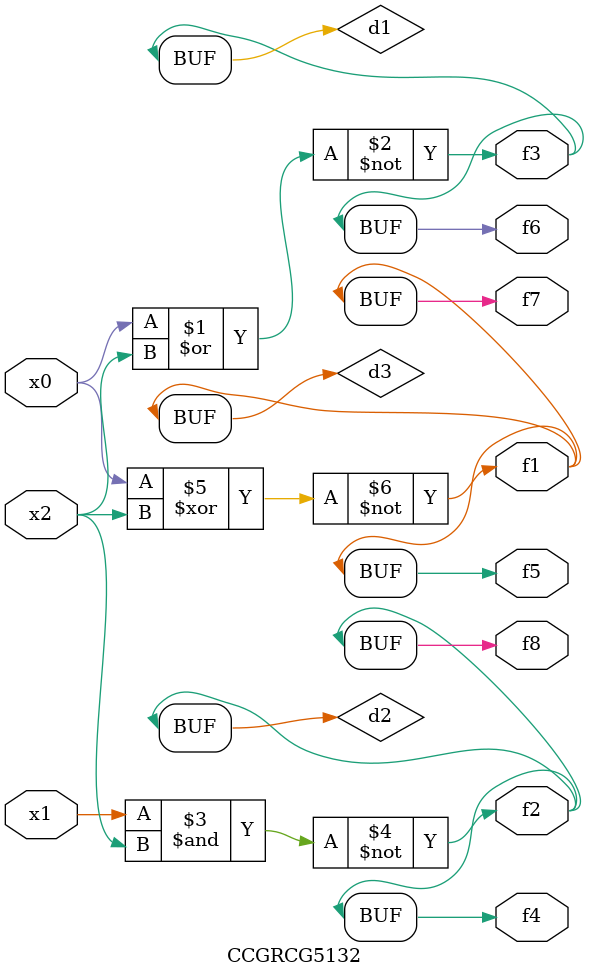
<source format=v>
module CCGRCG5132(
	input x0, x1, x2,
	output f1, f2, f3, f4, f5, f6, f7, f8
);

	wire d1, d2, d3;

	nor (d1, x0, x2);
	nand (d2, x1, x2);
	xnor (d3, x0, x2);
	assign f1 = d3;
	assign f2 = d2;
	assign f3 = d1;
	assign f4 = d2;
	assign f5 = d3;
	assign f6 = d1;
	assign f7 = d3;
	assign f8 = d2;
endmodule

</source>
